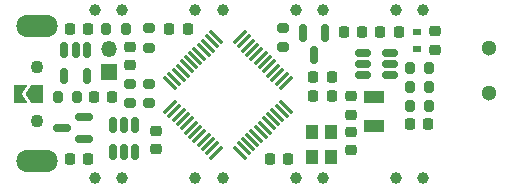
<source format=gbr>
%TF.GenerationSoftware,KiCad,Pcbnew,(6.0.2)*%
%TF.CreationDate,2022-06-11T15:58:10+03:00*%
%TF.ProjectId,keyholder,6b657968-6f6c-4646-9572-2e6b69636164,rev?*%
%TF.SameCoordinates,Original*%
%TF.FileFunction,Soldermask,Bot*%
%TF.FilePolarity,Negative*%
%FSLAX46Y46*%
G04 Gerber Fmt 4.6, Leading zero omitted, Abs format (unit mm)*
G04 Created by KiCad (PCBNEW (6.0.2)) date 2022-06-11 15:58:10*
%MOMM*%
%LPD*%
G01*
G04 APERTURE LIST*
G04 Aperture macros list*
%AMRoundRect*
0 Rectangle with rounded corners*
0 $1 Rounding radius*
0 $2 $3 $4 $5 $6 $7 $8 $9 X,Y pos of 4 corners*
0 Add a 4 corners polygon primitive as box body*
4,1,4,$2,$3,$4,$5,$6,$7,$8,$9,$2,$3,0*
0 Add four circle primitives for the rounded corners*
1,1,$1+$1,$2,$3*
1,1,$1+$1,$4,$5*
1,1,$1+$1,$6,$7*
1,1,$1+$1,$8,$9*
0 Add four rect primitives between the rounded corners*
20,1,$1+$1,$2,$3,$4,$5,0*
20,1,$1+$1,$4,$5,$6,$7,0*
20,1,$1+$1,$6,$7,$8,$9,0*
20,1,$1+$1,$8,$9,$2,$3,0*%
%AMFreePoly0*
4,1,6,1.000000,0.000000,0.500000,-0.750000,-0.500000,-0.750000,-0.500000,0.750000,0.500000,0.750000,1.000000,0.000000,1.000000,0.000000,$1*%
%AMFreePoly1*
4,1,6,0.500000,-0.750000,-0.650000,-0.750000,-0.150000,0.000000,-0.650000,0.750000,0.500000,0.750000,0.500000,-0.750000,0.500000,-0.750000,$1*%
G04 Aperture macros list end*
%ADD10C,1.300000*%
%ADD11C,1.000000*%
%ADD12C,1.100000*%
%ADD13O,3.500000X1.900000*%
%ADD14R,1.350000X1.350000*%
%ADD15O,1.350000X1.350000*%
%ADD16RoundRect,0.200000X0.200000X0.275000X-0.200000X0.275000X-0.200000X-0.275000X0.200000X-0.275000X0*%
%ADD17FreePoly0,180.000000*%
%ADD18FreePoly1,180.000000*%
%ADD19RoundRect,0.225000X0.225000X0.250000X-0.225000X0.250000X-0.225000X-0.250000X0.225000X-0.250000X0*%
%ADD20RoundRect,0.075000X0.521491X-0.415425X-0.415425X0.521491X-0.521491X0.415425X0.415425X-0.521491X0*%
%ADD21RoundRect,0.075000X0.521491X0.415425X0.415425X0.521491X-0.521491X-0.415425X-0.415425X-0.521491X0*%
%ADD22RoundRect,0.225000X-0.250000X0.225000X-0.250000X-0.225000X0.250000X-0.225000X0.250000X0.225000X0*%
%ADD23RoundRect,0.200000X-0.200000X-0.275000X0.200000X-0.275000X0.200000X0.275000X-0.200000X0.275000X0*%
%ADD24RoundRect,0.225000X-0.225000X-0.250000X0.225000X-0.250000X0.225000X0.250000X-0.225000X0.250000X0*%
%ADD25RoundRect,0.150000X-0.150000X0.587500X-0.150000X-0.587500X0.150000X-0.587500X0.150000X0.587500X0*%
%ADD26RoundRect,0.225000X0.250000X-0.225000X0.250000X0.225000X-0.250000X0.225000X-0.250000X-0.225000X0*%
%ADD27RoundRect,0.200000X-0.275000X0.200000X-0.275000X-0.200000X0.275000X-0.200000X0.275000X0.200000X0*%
%ADD28RoundRect,0.150000X0.587500X0.150000X-0.587500X0.150000X-0.587500X-0.150000X0.587500X-0.150000X0*%
%ADD29RoundRect,0.150000X-0.150000X0.512500X-0.150000X-0.512500X0.150000X-0.512500X0.150000X0.512500X0*%
%ADD30RoundRect,0.150000X0.512500X0.150000X-0.512500X0.150000X-0.512500X-0.150000X0.512500X-0.150000X0*%
%ADD31R,1.100000X1.300000*%
%ADD32RoundRect,0.218750X-0.218750X-0.256250X0.218750X-0.256250X0.218750X0.256250X-0.218750X0.256250X0*%
%ADD33RoundRect,0.200000X0.275000X-0.200000X0.275000X0.200000X-0.275000X0.200000X-0.275000X-0.200000X0*%
%ADD34R,1.800000X1.000000*%
%ADD35R,0.700000X0.600000*%
G04 APERTURE END LIST*
D10*
%TO.C,SW9*%
X101212500Y-118100000D03*
X101212500Y-121900000D03*
%TD*%
D11*
%TO.C,SW5*%
X67850000Y-129100000D03*
X70150000Y-129100000D03*
%TD*%
%TO.C,SW6*%
X76350000Y-129100000D03*
X78650000Y-129100000D03*
%TD*%
%TO.C,SW3*%
X84850000Y-114900000D03*
X87150000Y-114900000D03*
%TD*%
%TO.C,SW7*%
X84850000Y-129100000D03*
X87150000Y-129100000D03*
%TD*%
%TO.C,SW8*%
X93350000Y-129100000D03*
X95650000Y-129100000D03*
%TD*%
D12*
%TO.C,J1*%
X62900000Y-119700000D03*
X62900000Y-124300000D03*
D13*
X62900000Y-127700000D03*
X62900000Y-116300000D03*
%TD*%
D11*
%TO.C,SW1*%
X70150000Y-114900000D03*
X67850000Y-114900000D03*
%TD*%
D14*
%TO.C,BT1*%
X69000000Y-120200000D03*
D15*
X69000000Y-118200000D03*
%TD*%
D11*
%TO.C,SW2*%
X78650000Y-114900000D03*
X76350000Y-114900000D03*
%TD*%
%TO.C,SW4*%
X93350000Y-114900000D03*
X95650000Y-114900000D03*
%TD*%
D16*
%TO.C,R4*%
X96125000Y-119800000D03*
X94475000Y-119800000D03*
%TD*%
D17*
%TO.C,JP1*%
X62925000Y-122000000D03*
D18*
X61475000Y-122000000D03*
%TD*%
D19*
%TO.C,C5*%
X90475000Y-116800000D03*
X88925000Y-116800000D03*
%TD*%
D16*
%TO.C,R8*%
X70425000Y-116500000D03*
X68775000Y-116500000D03*
%TD*%
D20*
%TO.C,U2*%
X83987876Y-123098788D03*
X83634322Y-123452342D03*
X83280769Y-123805895D03*
X82927215Y-124159449D03*
X82573662Y-124513002D03*
X82220109Y-124866555D03*
X81866555Y-125220109D03*
X81513002Y-125573662D03*
X81159449Y-125927215D03*
X80805895Y-126280769D03*
X80452342Y-126634322D03*
X80098788Y-126987876D03*
D21*
X78101212Y-126987876D03*
X77747658Y-126634322D03*
X77394105Y-126280769D03*
X77040551Y-125927215D03*
X76686998Y-125573662D03*
X76333445Y-125220109D03*
X75979891Y-124866555D03*
X75626338Y-124513002D03*
X75272785Y-124159449D03*
X74919231Y-123805895D03*
X74565678Y-123452342D03*
X74212124Y-123098788D03*
D20*
X74212124Y-121101212D03*
X74565678Y-120747658D03*
X74919231Y-120394105D03*
X75272785Y-120040551D03*
X75626338Y-119686998D03*
X75979891Y-119333445D03*
X76333445Y-118979891D03*
X76686998Y-118626338D03*
X77040551Y-118272785D03*
X77394105Y-117919231D03*
X77747658Y-117565678D03*
X78101212Y-117212124D03*
D21*
X80098788Y-117212124D03*
X80452342Y-117565678D03*
X80805895Y-117919231D03*
X81159449Y-118272785D03*
X81513002Y-118626338D03*
X81866555Y-118979891D03*
X82220109Y-119333445D03*
X82573662Y-119686998D03*
X82927215Y-120040551D03*
X83280769Y-120394105D03*
X83634322Y-120747658D03*
X83987876Y-121101212D03*
%TD*%
D22*
%TO.C,C13*%
X89500000Y-125225000D03*
X89500000Y-126775000D03*
%TD*%
D23*
%TO.C,R3*%
X64675000Y-122300000D03*
X66325000Y-122300000D03*
%TD*%
D24*
%TO.C,C4*%
X74125000Y-116500000D03*
X75675000Y-116500000D03*
%TD*%
D25*
%TO.C,Q1*%
X85450000Y-116862500D03*
X87350000Y-116862500D03*
X86400000Y-118737500D03*
%TD*%
D26*
%TO.C,C12*%
X89500000Y-123775000D03*
X89500000Y-122225000D03*
%TD*%
D27*
%TO.C,R2*%
X70800000Y-121175000D03*
X70800000Y-122825000D03*
%TD*%
D28*
%TO.C,U1*%
X66937500Y-123950000D03*
X66937500Y-125850000D03*
X65062500Y-124900000D03*
%TD*%
D26*
%TO.C,C8*%
X73000000Y-126675000D03*
X73000000Y-125125000D03*
%TD*%
%TO.C,C6*%
X96600000Y-118275000D03*
X96600000Y-116725000D03*
%TD*%
D27*
%TO.C,R1*%
X72400000Y-121175000D03*
X72400000Y-122825000D03*
%TD*%
D29*
%TO.C,U3*%
X65250000Y-118262500D03*
X66200000Y-118262500D03*
X67150000Y-118262500D03*
X67150000Y-120537500D03*
X65250000Y-120537500D03*
%TD*%
D22*
%TO.C,C14*%
X70800000Y-118025000D03*
X70800000Y-119575000D03*
%TD*%
D30*
%TO.C,U5*%
X92837500Y-118550000D03*
X92837500Y-119500000D03*
X92837500Y-120450000D03*
X90562500Y-120450000D03*
X90562500Y-119500000D03*
X90562500Y-118550000D03*
%TD*%
D29*
%TO.C,U4*%
X69350000Y-124662500D03*
X70300000Y-124662500D03*
X71250000Y-124662500D03*
X71250000Y-126937500D03*
X70300000Y-126937500D03*
X69350000Y-126937500D03*
%TD*%
D19*
%TO.C,C10*%
X69275000Y-122300000D03*
X67725000Y-122300000D03*
%TD*%
%TO.C,C3*%
X67275000Y-127500000D03*
X65725000Y-127500000D03*
%TD*%
D31*
%TO.C,Y1*%
X86175000Y-127350000D03*
X86175000Y-125250000D03*
X87825000Y-125250000D03*
X87825000Y-127350000D03*
%TD*%
D19*
%TO.C,C2*%
X67275000Y-116500000D03*
X65725000Y-116500000D03*
%TD*%
D32*
%TO.C,L1*%
X92012500Y-116800000D03*
X93587500Y-116800000D03*
%TD*%
D33*
%TO.C,R7*%
X83800000Y-118075000D03*
X83800000Y-116425000D03*
%TD*%
D23*
%TO.C,R6*%
X94475000Y-123000000D03*
X96125000Y-123000000D03*
%TD*%
D19*
%TO.C,C9*%
X84175000Y-127500000D03*
X82625000Y-127500000D03*
%TD*%
%TO.C,C7*%
X96075000Y-124600000D03*
X94525000Y-124600000D03*
%TD*%
%TO.C,C1*%
X87875000Y-120600000D03*
X86325000Y-120600000D03*
%TD*%
D34*
%TO.C,Y2*%
X91500000Y-124750000D03*
X91500000Y-122250000D03*
%TD*%
D23*
%TO.C,R5*%
X96125000Y-121400000D03*
X94475000Y-121400000D03*
%TD*%
D19*
%TO.C,C11*%
X87875000Y-122200000D03*
X86325000Y-122200000D03*
%TD*%
D33*
%TO.C,R9*%
X72400000Y-118125000D03*
X72400000Y-116475000D03*
%TD*%
D35*
%TO.C,D1*%
X95100000Y-118200000D03*
X95100000Y-116800000D03*
%TD*%
M02*

</source>
